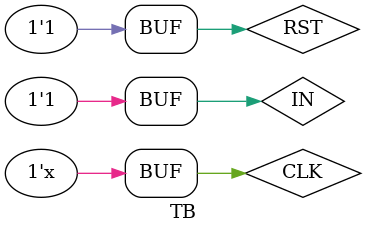
<source format=v>
`timescale 1ns / 1ps



module TB();
reg IN, CLK, RST;
wire OUT;
FSM uut(.IN(IN), .OUT(OUT), .CLK(CLK), .RST(RST));
initial
begin 
$monitor($time,"IN=%b OUT=%b CLK=%b RST=%b",IN, OUT, CLK, RST);
RST=1'b1;
#30 RST=1'b0;
#200 RST=1'b1;
end

initial
begin
CLK=1'b1;
#10 IN=1'b0;#10 IN=1'b0;#10 IN=1'b1;#10 IN=1'b0;#10 IN=1'b1;#10 IN=1'b1;#10 IN=1'b0;#10 IN=1'b1;
#10 IN=1'b1;#10 IN=1'b1;#10 IN=1'b0;#10 IN=1'b1;#10 IN=1'b1;
#10 IN=1'b0;#10 IN=1'b1;#10 IN=1'b0;#10 IN=1'b1;#10 IN=1'b1;
#10 IN=1'b1;#10 IN=1'b1;#10 IN=1'b0;#10 IN=1'b1;#10 IN=1'b1;
end
always #5 CLK=~CLK;
endmodule
</source>
